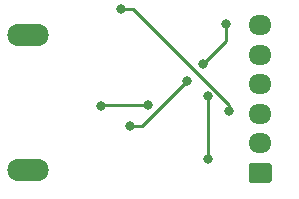
<source format=gbr>
%TF.GenerationSoftware,KiCad,Pcbnew,(5.1.9)-1*%
%TF.CreationDate,2021-05-16T18:44:34-04:00*%
%TF.ProjectId,esp_prog_v2,6573705f-7072-46f6-975f-76322e6b6963,rev?*%
%TF.SameCoordinates,Original*%
%TF.FileFunction,Copper,L2,Bot*%
%TF.FilePolarity,Positive*%
%FSLAX46Y46*%
G04 Gerber Fmt 4.6, Leading zero omitted, Abs format (unit mm)*
G04 Created by KiCad (PCBNEW (5.1.9)-1) date 2021-05-16 18:44:34*
%MOMM*%
%LPD*%
G01*
G04 APERTURE LIST*
%TA.AperFunction,ComponentPad*%
%ADD10O,3.500000X1.900000*%
%TD*%
%TA.AperFunction,ComponentPad*%
%ADD11O,1.950000X1.700000*%
%TD*%
%TA.AperFunction,ViaPad*%
%ADD12C,0.800000*%
%TD*%
%TA.AperFunction,Conductor*%
%ADD13C,0.250000*%
%TD*%
G04 APERTURE END LIST*
D10*
%TO.P,J1,5*%
%TO.N,GND*%
X62230000Y-32116000D03*
X62230000Y-20716000D03*
%TD*%
%TO.P,J2,1*%
%TO.N,GND*%
%TA.AperFunction,ComponentPad*%
G36*
G01*
X82640000Y-33235000D02*
X81190000Y-33235000D01*
G75*
G02*
X80940000Y-32985000I0J250000D01*
G01*
X80940000Y-31785000D01*
G75*
G02*
X81190000Y-31535000I250000J0D01*
G01*
X82640000Y-31535000D01*
G75*
G02*
X82890000Y-31785000I0J-250000D01*
G01*
X82890000Y-32985000D01*
G75*
G02*
X82640000Y-33235000I-250000J0D01*
G01*
G37*
%TD.AperFunction*%
D11*
%TO.P,J2,2*%
%TO.N,RTS*%
X81915000Y-29885000D03*
%TO.P,J2,3*%
%TO.N,DTR*%
X81915000Y-27385000D03*
%TO.P,J2,4*%
%TO.N,RXD*%
X81915000Y-24885000D03*
%TO.P,J2,5*%
%TO.N,TXD*%
X81915000Y-22385000D03*
%TO.P,J2,6*%
%TO.N,+3V3*%
X81915000Y-19885000D03*
%TD*%
D12*
%TO.N,GND*%
X77470000Y-25908000D03*
X77470000Y-31242000D03*
%TO.N,VDD*%
X72390000Y-26670000D03*
X68449760Y-26739676D03*
%TO.N,DTR*%
X70104000Y-18542000D03*
X79248000Y-27178000D03*
%TO.N,+3V3*%
X70866000Y-28448000D03*
X75692000Y-24638000D03*
X77056990Y-23120063D03*
X78994000Y-19812000D03*
%TD*%
D13*
%TO.N,GND*%
X77470000Y-25908000D02*
X77470000Y-31242000D01*
%TO.N,VDD*%
X68519436Y-26670000D02*
X68449760Y-26739676D01*
X72390000Y-26670000D02*
X68519436Y-26670000D01*
%TO.N,DTR*%
X79248000Y-26612998D02*
X79248000Y-27178000D01*
X71177002Y-18542000D02*
X79248000Y-26612998D01*
X70104000Y-18542000D02*
X71177002Y-18542000D01*
%TO.N,+3V3*%
X71882000Y-28448000D02*
X75692000Y-24638000D01*
X70866000Y-28448000D02*
X71882000Y-28448000D01*
X78994000Y-21183053D02*
X78994000Y-19812000D01*
X77056990Y-23120063D02*
X78994000Y-21183053D01*
%TD*%
M02*

</source>
